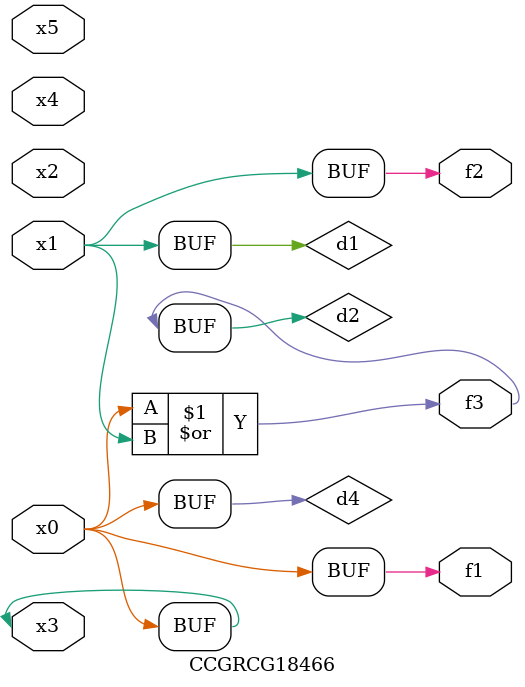
<source format=v>
module CCGRCG18466(
	input x0, x1, x2, x3, x4, x5,
	output f1, f2, f3
);

	wire d1, d2, d3, d4;

	and (d1, x1);
	or (d2, x0, x1);
	nand (d3, x0, x5);
	buf (d4, x0, x3);
	assign f1 = d4;
	assign f2 = d1;
	assign f3 = d2;
endmodule

</source>
